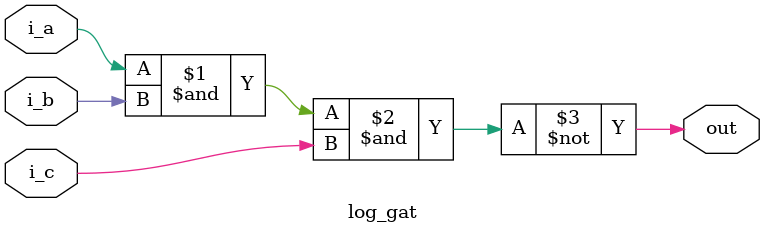
<source format=v>
module log_gat(input i_a, i_b, i_c, output out);
  

assign out = ~((i_a & i_b)& i_c);
endmodule

</source>
